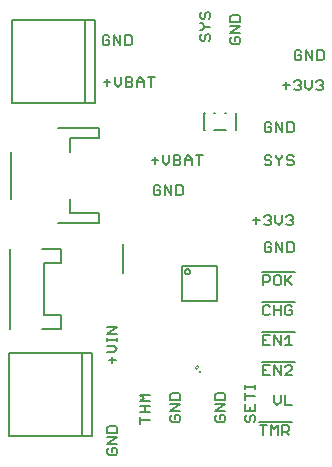
<source format=gto>
G75*
%MOIN*%
%OFA0B0*%
%FSLAX25Y25*%
%IPPOS*%
%LPD*%
%AMOC8*
5,1,8,0,0,1.08239X$1,22.5*
%
%ADD10C,0.00600*%
%ADD11C,0.00500*%
%ADD12C,0.00800*%
%ADD13R,0.01000X0.10000*%
%ADD14C,0.00250*%
%ADD15C,0.00984*%
D10*
X0042191Y0018642D02*
X0042758Y0018075D01*
X0045027Y0018075D01*
X0045594Y0018642D01*
X0045594Y0019777D01*
X0045027Y0020344D01*
X0043892Y0020344D01*
X0043892Y0019210D01*
X0042758Y0020344D02*
X0042191Y0019777D01*
X0042191Y0018642D01*
X0042191Y0021758D02*
X0045594Y0024027D01*
X0042191Y0024027D01*
X0042191Y0025442D02*
X0042191Y0027143D01*
X0042758Y0027710D01*
X0045027Y0027710D01*
X0045594Y0027143D01*
X0045594Y0025442D01*
X0042191Y0025442D01*
X0042191Y0021758D02*
X0045594Y0021758D01*
X0053191Y0028551D02*
X0053191Y0030819D01*
X0053191Y0029685D02*
X0056594Y0029685D01*
X0056594Y0032234D02*
X0053191Y0032234D01*
X0054892Y0032234D02*
X0054892Y0034502D01*
X0053191Y0034502D02*
X0056594Y0034502D01*
X0056594Y0035917D02*
X0053191Y0035917D01*
X0054325Y0037051D01*
X0053191Y0038185D01*
X0056594Y0038185D01*
X0063191Y0038143D02*
X0063191Y0036442D01*
X0066594Y0036442D01*
X0066594Y0038143D01*
X0066027Y0038710D01*
X0063758Y0038710D01*
X0063191Y0038143D01*
X0063191Y0035027D02*
X0066594Y0035027D01*
X0063191Y0032758D01*
X0066594Y0032758D01*
X0066027Y0031344D02*
X0064892Y0031344D01*
X0064892Y0030210D01*
X0063758Y0031344D02*
X0063191Y0030777D01*
X0063191Y0029642D01*
X0063758Y0029075D01*
X0066027Y0029075D01*
X0066594Y0029642D01*
X0066594Y0030777D01*
X0066027Y0031344D01*
X0078191Y0030777D02*
X0078191Y0029642D01*
X0078758Y0029075D01*
X0081027Y0029075D01*
X0081594Y0029642D01*
X0081594Y0030777D01*
X0081027Y0031344D01*
X0079892Y0031344D01*
X0079892Y0030210D01*
X0078758Y0031344D02*
X0078191Y0030777D01*
X0078191Y0032758D02*
X0081594Y0035027D01*
X0078191Y0035027D01*
X0078191Y0036442D02*
X0078191Y0038143D01*
X0078758Y0038710D01*
X0081027Y0038710D01*
X0081594Y0038143D01*
X0081594Y0036442D01*
X0078191Y0036442D01*
X0078191Y0032758D02*
X0081594Y0032758D01*
X0088191Y0032778D02*
X0091594Y0032778D01*
X0091594Y0035047D01*
X0089892Y0033913D02*
X0089892Y0032778D01*
X0090459Y0031364D02*
X0091027Y0031364D01*
X0091594Y0030797D01*
X0091594Y0029662D01*
X0091027Y0029095D01*
X0089892Y0029662D02*
X0089892Y0030797D01*
X0090459Y0031364D01*
X0088758Y0031364D02*
X0088191Y0030797D01*
X0088191Y0029662D01*
X0088758Y0029095D01*
X0089325Y0029095D01*
X0089892Y0029662D01*
X0092844Y0029200D02*
X0103894Y0029200D01*
X0102212Y0028003D02*
X0102779Y0027436D01*
X0102779Y0026301D01*
X0102212Y0025734D01*
X0100511Y0025734D01*
X0101645Y0025734D02*
X0102779Y0024600D01*
X0100511Y0024600D02*
X0100511Y0028003D01*
X0102212Y0028003D01*
X0099096Y0028003D02*
X0099096Y0024600D01*
X0097962Y0026869D02*
X0099096Y0028003D01*
X0097962Y0026869D02*
X0096827Y0028003D01*
X0096827Y0024600D01*
X0094279Y0024600D02*
X0094279Y0028003D01*
X0095413Y0028003D02*
X0093144Y0028003D01*
X0088191Y0032778D02*
X0088191Y0035047D01*
X0088191Y0036461D02*
X0088191Y0038730D01*
X0088191Y0037596D02*
X0091594Y0037596D01*
X0091594Y0040145D02*
X0091594Y0041279D01*
X0091594Y0040712D02*
X0088191Y0040712D01*
X0088191Y0040145D02*
X0088191Y0041279D01*
X0094144Y0044600D02*
X0096413Y0044600D01*
X0097827Y0044600D02*
X0097827Y0048003D01*
X0100096Y0044600D01*
X0100096Y0048003D01*
X0101511Y0047436D02*
X0102078Y0048003D01*
X0103212Y0048003D01*
X0103779Y0047436D01*
X0103779Y0046869D01*
X0101511Y0044600D01*
X0103779Y0044600D01*
X0104894Y0049200D02*
X0093844Y0049200D01*
X0094144Y0048003D02*
X0094144Y0044600D01*
X0094144Y0046301D02*
X0095279Y0046301D01*
X0096413Y0048003D02*
X0094144Y0048003D01*
X0094144Y0054600D02*
X0096413Y0054600D01*
X0097827Y0054600D02*
X0097827Y0058003D01*
X0100096Y0054600D01*
X0100096Y0058003D01*
X0101511Y0056869D02*
X0102645Y0058003D01*
X0102645Y0054600D01*
X0101511Y0054600D02*
X0103779Y0054600D01*
X0104894Y0059200D02*
X0093844Y0059200D01*
X0094144Y0058003D02*
X0094144Y0054600D01*
X0094144Y0056301D02*
X0095279Y0056301D01*
X0096413Y0058003D02*
X0094144Y0058003D01*
X0094711Y0064600D02*
X0095846Y0064600D01*
X0096413Y0065167D01*
X0097827Y0064600D02*
X0097827Y0068003D01*
X0096413Y0067436D02*
X0095846Y0068003D01*
X0094711Y0068003D01*
X0094144Y0067436D01*
X0094144Y0065167D01*
X0094711Y0064600D01*
X0093844Y0069200D02*
X0104894Y0069200D01*
X0103212Y0068003D02*
X0102078Y0068003D01*
X0101511Y0067436D01*
X0101511Y0065167D01*
X0102078Y0064600D01*
X0103212Y0064600D01*
X0103779Y0065167D01*
X0103779Y0066301D01*
X0102645Y0066301D01*
X0103779Y0067436D02*
X0103212Y0068003D01*
X0100096Y0068003D02*
X0100096Y0064600D01*
X0100096Y0066301D02*
X0097827Y0066301D01*
X0098395Y0074600D02*
X0099529Y0074600D01*
X0100096Y0075167D01*
X0100096Y0077436D01*
X0099529Y0078003D01*
X0098395Y0078003D01*
X0097827Y0077436D01*
X0097827Y0075167D01*
X0098395Y0074600D01*
X0096413Y0076301D02*
X0096413Y0077436D01*
X0095846Y0078003D01*
X0094144Y0078003D01*
X0094144Y0074600D01*
X0094144Y0075734D02*
X0095846Y0075734D01*
X0096413Y0076301D01*
X0093844Y0079200D02*
X0104894Y0079200D01*
X0103779Y0078003D02*
X0101511Y0075734D01*
X0102078Y0076301D02*
X0103779Y0074600D01*
X0101511Y0074600D02*
X0101511Y0078003D01*
X0102035Y0085600D02*
X0103737Y0085600D01*
X0104304Y0086167D01*
X0104304Y0088436D01*
X0103737Y0089003D01*
X0102035Y0089003D01*
X0102035Y0085600D01*
X0100621Y0085600D02*
X0100621Y0089003D01*
X0098352Y0089003D02*
X0100621Y0085600D01*
X0098352Y0085600D02*
X0098352Y0089003D01*
X0096938Y0088436D02*
X0096370Y0089003D01*
X0095236Y0089003D01*
X0094669Y0088436D01*
X0094669Y0086167D01*
X0095236Y0085600D01*
X0096370Y0085600D01*
X0096938Y0086167D01*
X0096938Y0087301D01*
X0095803Y0087301D01*
X0096212Y0094600D02*
X0095078Y0094600D01*
X0094511Y0095167D01*
X0095645Y0096301D02*
X0096212Y0096301D01*
X0096779Y0095734D01*
X0096779Y0095167D01*
X0096212Y0094600D01*
X0096212Y0096301D02*
X0096779Y0096869D01*
X0096779Y0097436D01*
X0096212Y0098003D01*
X0095078Y0098003D01*
X0094511Y0097436D01*
X0093096Y0096301D02*
X0090827Y0096301D01*
X0091962Y0095167D02*
X0091962Y0097436D01*
X0098194Y0098003D02*
X0098194Y0095734D01*
X0099328Y0094600D01*
X0100462Y0095734D01*
X0100462Y0098003D01*
X0101877Y0097436D02*
X0102444Y0098003D01*
X0103578Y0098003D01*
X0104145Y0097436D01*
X0104145Y0096869D01*
X0103578Y0096301D01*
X0104145Y0095734D01*
X0104145Y0095167D01*
X0103578Y0094600D01*
X0102444Y0094600D01*
X0101877Y0095167D01*
X0103011Y0096301D02*
X0103578Y0096301D01*
X0103737Y0114600D02*
X0102602Y0114600D01*
X0102035Y0115167D01*
X0102602Y0116301D02*
X0103737Y0116301D01*
X0104304Y0115734D01*
X0104304Y0115167D01*
X0103737Y0114600D01*
X0102602Y0116301D02*
X0102035Y0116869D01*
X0102035Y0117436D01*
X0102602Y0118003D01*
X0103737Y0118003D01*
X0104304Y0117436D01*
X0100621Y0117436D02*
X0100621Y0118003D01*
X0100621Y0117436D02*
X0099486Y0116301D01*
X0099486Y0114600D01*
X0099486Y0116301D02*
X0098352Y0117436D01*
X0098352Y0118003D01*
X0096938Y0117436D02*
X0096370Y0118003D01*
X0095236Y0118003D01*
X0094669Y0117436D01*
X0094669Y0116869D01*
X0095236Y0116301D01*
X0096370Y0116301D01*
X0096938Y0115734D01*
X0096938Y0115167D01*
X0096370Y0114600D01*
X0095236Y0114600D01*
X0094669Y0115167D01*
X0095236Y0125600D02*
X0096370Y0125600D01*
X0096938Y0126167D01*
X0096938Y0127301D01*
X0095803Y0127301D01*
X0094669Y0126167D02*
X0095236Y0125600D01*
X0094669Y0126167D02*
X0094669Y0128436D01*
X0095236Y0129003D01*
X0096370Y0129003D01*
X0096938Y0128436D01*
X0098352Y0129003D02*
X0098352Y0125600D01*
X0100621Y0125600D02*
X0098352Y0129003D01*
X0100621Y0129003D02*
X0100621Y0125600D01*
X0102035Y0125600D02*
X0103737Y0125600D01*
X0104304Y0126167D01*
X0104304Y0128436D01*
X0103737Y0129003D01*
X0102035Y0129003D01*
X0102035Y0125600D01*
X0105078Y0139600D02*
X0104511Y0140167D01*
X0105078Y0139600D02*
X0106212Y0139600D01*
X0106779Y0140167D01*
X0106779Y0140734D01*
X0106212Y0141301D01*
X0105645Y0141301D01*
X0106212Y0141301D02*
X0106779Y0141869D01*
X0106779Y0142436D01*
X0106212Y0143003D01*
X0105078Y0143003D01*
X0104511Y0142436D01*
X0103096Y0141301D02*
X0100827Y0141301D01*
X0101962Y0140167D02*
X0101962Y0142436D01*
X0105236Y0149600D02*
X0106370Y0149600D01*
X0106938Y0150167D01*
X0106938Y0151301D01*
X0105803Y0151301D01*
X0104669Y0150167D02*
X0105236Y0149600D01*
X0104669Y0150167D02*
X0104669Y0152436D01*
X0105236Y0153003D01*
X0106370Y0153003D01*
X0106938Y0152436D01*
X0108352Y0153003D02*
X0108352Y0149600D01*
X0110621Y0149600D02*
X0108352Y0153003D01*
X0110621Y0153003D02*
X0110621Y0149600D01*
X0112035Y0149600D02*
X0112035Y0153003D01*
X0113737Y0153003D01*
X0114304Y0152436D01*
X0114304Y0150167D01*
X0113737Y0149600D01*
X0112035Y0149600D01*
X0112444Y0143003D02*
X0111877Y0142436D01*
X0112444Y0143003D02*
X0113578Y0143003D01*
X0114145Y0142436D01*
X0114145Y0141869D01*
X0113578Y0141301D01*
X0114145Y0140734D01*
X0114145Y0140167D01*
X0113578Y0139600D01*
X0112444Y0139600D01*
X0111877Y0140167D01*
X0110462Y0140734D02*
X0110462Y0143003D01*
X0110462Y0140734D02*
X0109328Y0139600D01*
X0108194Y0140734D01*
X0108194Y0143003D01*
X0113011Y0141301D02*
X0113578Y0141301D01*
X0086594Y0155642D02*
X0086594Y0156777D01*
X0086027Y0157344D01*
X0084892Y0157344D01*
X0084892Y0156210D01*
X0083758Y0157344D02*
X0083191Y0156777D01*
X0083191Y0155642D01*
X0083758Y0155075D01*
X0086027Y0155075D01*
X0086594Y0155642D01*
X0086594Y0158758D02*
X0083191Y0158758D01*
X0086594Y0161027D01*
X0083191Y0161027D01*
X0083191Y0162442D02*
X0083191Y0164143D01*
X0083758Y0164710D01*
X0086027Y0164710D01*
X0086594Y0164143D01*
X0086594Y0162442D01*
X0083191Y0162442D01*
X0076594Y0160893D02*
X0074892Y0160893D01*
X0073758Y0162027D01*
X0073191Y0162027D01*
X0073758Y0163442D02*
X0074325Y0163442D01*
X0074892Y0164009D01*
X0074892Y0165143D01*
X0075459Y0165710D01*
X0076027Y0165710D01*
X0076594Y0165143D01*
X0076594Y0164009D01*
X0076027Y0163442D01*
X0074892Y0160893D02*
X0073758Y0159758D01*
X0073191Y0159758D01*
X0073758Y0158344D02*
X0073191Y0157777D01*
X0073191Y0156642D01*
X0073758Y0156075D01*
X0074325Y0156075D01*
X0074892Y0156642D01*
X0074892Y0157777D01*
X0075459Y0158344D01*
X0076027Y0158344D01*
X0076594Y0157777D01*
X0076594Y0156642D01*
X0076027Y0156075D01*
X0073758Y0163442D02*
X0073191Y0164009D01*
X0073191Y0165143D01*
X0073758Y0165710D01*
X0057987Y0144003D02*
X0055718Y0144003D01*
X0056853Y0144003D02*
X0056853Y0140600D01*
X0054304Y0140600D02*
X0054304Y0142869D01*
X0053170Y0144003D01*
X0052035Y0142869D01*
X0052035Y0140600D01*
X0050621Y0141167D02*
X0050054Y0140600D01*
X0048352Y0140600D01*
X0048352Y0144003D01*
X0050054Y0144003D01*
X0050621Y0143436D01*
X0050621Y0142869D01*
X0050054Y0142301D01*
X0048352Y0142301D01*
X0046938Y0141734D02*
X0046938Y0144003D01*
X0046938Y0141734D02*
X0045803Y0140600D01*
X0044669Y0141734D01*
X0044669Y0144003D01*
X0043254Y0142301D02*
X0040986Y0142301D01*
X0042120Y0141167D02*
X0042120Y0143436D01*
X0042370Y0154600D02*
X0041236Y0154600D01*
X0040669Y0155167D01*
X0040669Y0157436D01*
X0041236Y0158003D01*
X0042370Y0158003D01*
X0042938Y0157436D01*
X0042938Y0156301D02*
X0041803Y0156301D01*
X0042938Y0156301D02*
X0042938Y0155167D01*
X0042370Y0154600D01*
X0044352Y0154600D02*
X0044352Y0158003D01*
X0046621Y0154600D01*
X0046621Y0158003D01*
X0048035Y0158003D02*
X0048035Y0154600D01*
X0049737Y0154600D01*
X0050304Y0155167D01*
X0050304Y0157436D01*
X0049737Y0158003D01*
X0048035Y0158003D01*
X0050054Y0142301D02*
X0050621Y0141734D01*
X0050621Y0141167D01*
X0052035Y0142301D02*
X0054304Y0142301D01*
X0060669Y0118003D02*
X0060669Y0115734D01*
X0061803Y0114600D01*
X0062938Y0115734D01*
X0062938Y0118003D01*
X0064352Y0118003D02*
X0064352Y0114600D01*
X0066054Y0114600D01*
X0066621Y0115167D01*
X0066621Y0115734D01*
X0066054Y0116301D01*
X0064352Y0116301D01*
X0066054Y0116301D02*
X0066621Y0116869D01*
X0066621Y0117436D01*
X0066054Y0118003D01*
X0064352Y0118003D01*
X0068035Y0116869D02*
X0068035Y0114600D01*
X0068035Y0116301D02*
X0070304Y0116301D01*
X0070304Y0116869D02*
X0070304Y0114600D01*
X0070304Y0116869D02*
X0069170Y0118003D01*
X0068035Y0116869D01*
X0071718Y0118003D02*
X0073987Y0118003D01*
X0072853Y0118003D02*
X0072853Y0114600D01*
X0066737Y0108003D02*
X0065035Y0108003D01*
X0065035Y0104600D01*
X0066737Y0104600D01*
X0067304Y0105167D01*
X0067304Y0107436D01*
X0066737Y0108003D01*
X0063621Y0108003D02*
X0063621Y0104600D01*
X0061352Y0108003D01*
X0061352Y0104600D01*
X0059938Y0105167D02*
X0059938Y0106301D01*
X0058803Y0106301D01*
X0057669Y0105167D02*
X0058236Y0104600D01*
X0059370Y0104600D01*
X0059938Y0105167D01*
X0059938Y0107436D02*
X0059370Y0108003D01*
X0058236Y0108003D01*
X0057669Y0107436D01*
X0057669Y0105167D01*
X0058120Y0115167D02*
X0058120Y0117436D01*
X0056986Y0116301D02*
X0059254Y0116301D01*
X0074492Y0126406D02*
X0074665Y0126406D01*
X0074492Y0126406D02*
X0074492Y0132194D01*
X0074665Y0132194D01*
X0077839Y0132194D02*
X0078209Y0132194D01*
X0077839Y0126406D02*
X0081949Y0126406D01*
X0085122Y0126406D02*
X0085295Y0126406D01*
X0085295Y0132194D01*
X0085122Y0132194D01*
X0081949Y0132194D02*
X0081579Y0132194D01*
X0045594Y0060690D02*
X0042191Y0060690D01*
X0042191Y0058422D02*
X0045594Y0060690D01*
X0045594Y0058422D02*
X0042191Y0058422D01*
X0042191Y0057101D02*
X0042191Y0055966D01*
X0042191Y0056533D02*
X0045594Y0056533D01*
X0045594Y0055966D02*
X0045594Y0057101D01*
X0044459Y0054552D02*
X0042191Y0054552D01*
X0044459Y0054552D02*
X0045594Y0053417D01*
X0044459Y0052283D01*
X0042191Y0052283D01*
X0043892Y0050869D02*
X0043892Y0048600D01*
X0042758Y0049734D02*
X0045027Y0049734D01*
X0097827Y0038003D02*
X0097827Y0035734D01*
X0098962Y0034600D01*
X0100096Y0035734D01*
X0100096Y0038003D01*
X0101511Y0038003D02*
X0101511Y0034600D01*
X0103779Y0034600D01*
D11*
X0078799Y0069394D02*
X0066988Y0069394D01*
X0066988Y0081206D01*
X0078799Y0081206D01*
X0078799Y0069394D01*
X0068077Y0079237D02*
X0068079Y0079296D01*
X0068085Y0079354D01*
X0068095Y0079412D01*
X0068108Y0079469D01*
X0068126Y0079526D01*
X0068147Y0079581D01*
X0068172Y0079634D01*
X0068200Y0079685D01*
X0068231Y0079735D01*
X0068266Y0079782D01*
X0068304Y0079827D01*
X0068345Y0079870D01*
X0068389Y0079909D01*
X0068435Y0079945D01*
X0068483Y0079979D01*
X0068534Y0080009D01*
X0068587Y0080035D01*
X0068641Y0080058D01*
X0068696Y0080077D01*
X0068753Y0080093D01*
X0068811Y0080105D01*
X0068869Y0080113D01*
X0068928Y0080117D01*
X0068986Y0080117D01*
X0069045Y0080113D01*
X0069103Y0080105D01*
X0069161Y0080093D01*
X0069218Y0080077D01*
X0069273Y0080058D01*
X0069327Y0080035D01*
X0069380Y0080009D01*
X0069431Y0079979D01*
X0069479Y0079945D01*
X0069525Y0079909D01*
X0069569Y0079870D01*
X0069610Y0079827D01*
X0069648Y0079782D01*
X0069683Y0079735D01*
X0069714Y0079685D01*
X0069742Y0079634D01*
X0069767Y0079581D01*
X0069788Y0079526D01*
X0069806Y0079469D01*
X0069819Y0079412D01*
X0069829Y0079354D01*
X0069835Y0079296D01*
X0069837Y0079237D01*
X0069835Y0079178D01*
X0069829Y0079120D01*
X0069819Y0079062D01*
X0069806Y0079005D01*
X0069788Y0078948D01*
X0069767Y0078893D01*
X0069742Y0078840D01*
X0069714Y0078789D01*
X0069683Y0078739D01*
X0069648Y0078692D01*
X0069610Y0078647D01*
X0069569Y0078604D01*
X0069525Y0078565D01*
X0069479Y0078529D01*
X0069431Y0078495D01*
X0069380Y0078465D01*
X0069327Y0078439D01*
X0069273Y0078416D01*
X0069218Y0078397D01*
X0069161Y0078381D01*
X0069103Y0078369D01*
X0069045Y0078361D01*
X0068986Y0078357D01*
X0068928Y0078357D01*
X0068869Y0078361D01*
X0068811Y0078369D01*
X0068753Y0078381D01*
X0068696Y0078397D01*
X0068641Y0078416D01*
X0068587Y0078439D01*
X0068534Y0078465D01*
X0068483Y0078495D01*
X0068435Y0078529D01*
X0068389Y0078565D01*
X0068345Y0078604D01*
X0068304Y0078647D01*
X0068266Y0078692D01*
X0068231Y0078739D01*
X0068200Y0078789D01*
X0068172Y0078840D01*
X0068147Y0078893D01*
X0068126Y0078948D01*
X0068108Y0079005D01*
X0068095Y0079062D01*
X0068085Y0079120D01*
X0068079Y0079178D01*
X0068077Y0079237D01*
D12*
X0033917Y0024410D02*
X0009508Y0024410D01*
X0009508Y0051969D01*
X0033917Y0051969D01*
X0033917Y0024410D01*
X0037067Y0024410D01*
X0037067Y0051969D01*
X0033917Y0051969D01*
X0026720Y0059914D02*
X0020421Y0059914D01*
X0021209Y0064639D02*
X0026720Y0064639D01*
X0026720Y0059914D01*
X0021209Y0064639D02*
X0021209Y0081961D01*
X0026720Y0081961D01*
X0026720Y0086686D01*
X0020421Y0086686D01*
X0025831Y0095552D02*
X0039610Y0095552D01*
X0039610Y0098702D01*
X0029768Y0098702D01*
X0029768Y0103426D01*
X0029768Y0119174D02*
X0029768Y0123898D01*
X0039610Y0123898D01*
X0039610Y0127048D01*
X0025831Y0127048D01*
X0034917Y0135410D02*
X0034917Y0162969D01*
X0038067Y0162969D01*
X0038067Y0135410D01*
X0034917Y0135410D01*
X0010508Y0135410D01*
X0010508Y0162969D01*
X0034917Y0162969D01*
X0010083Y0119174D02*
X0010083Y0103426D01*
X0009791Y0086686D02*
X0009791Y0059914D01*
D13*
X0047394Y0083300D03*
D14*
X0071992Y0047989D02*
X0071303Y0047300D01*
X0071894Y0046709D01*
X0072583Y0047398D01*
X0071992Y0047989D01*
D15*
X0072976Y0045725D03*
M02*

</source>
